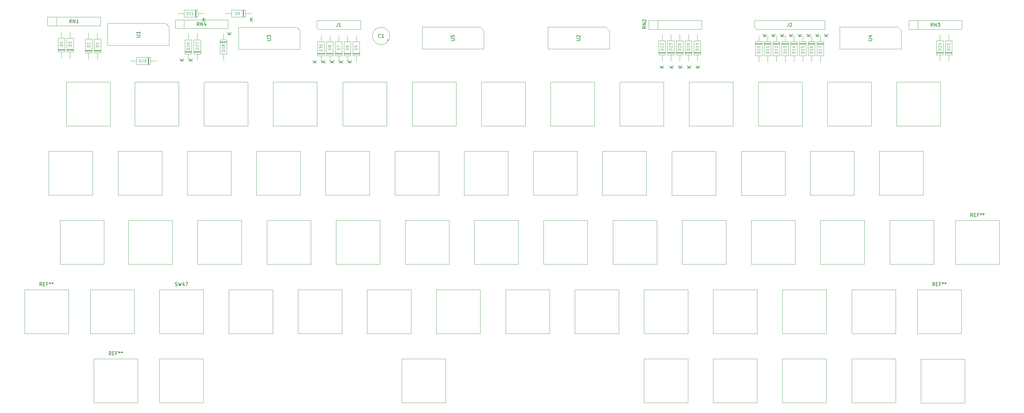
<source format=gbr>
G04 #@! TF.GenerationSoftware,KiCad,Pcbnew,(6.0.10)*
G04 #@! TF.CreationDate,2023-02-27T08:54:06+01:00*
G04 #@! TF.ProjectId,CherryZXKeyboard,43686572-7279-45a5-984b-6579626f6172,rev?*
G04 #@! TF.SameCoordinates,Original*
G04 #@! TF.FileFunction,AssemblyDrawing,Top*
%FSLAX46Y46*%
G04 Gerber Fmt 4.6, Leading zero omitted, Abs format (unit mm)*
G04 Created by KiCad (PCBNEW (6.0.10)) date 2023-02-27 08:54:06*
%MOMM*%
%LPD*%
G01*
G04 APERTURE LIST*
%ADD10C,0.150000*%
%ADD11C,0.120000*%
%ADD12C,0.100000*%
G04 APERTURE END LIST*
D10*
X59812666Y-151792380D02*
X59479333Y-151316190D01*
X59241238Y-151792380D02*
X59241238Y-150792380D01*
X59622190Y-150792380D01*
X59717428Y-150840000D01*
X59765047Y-150887619D01*
X59812666Y-150982857D01*
X59812666Y-151125714D01*
X59765047Y-151220952D01*
X59717428Y-151268571D01*
X59622190Y-151316190D01*
X59241238Y-151316190D01*
X60241238Y-151268571D02*
X60574571Y-151268571D01*
X60717428Y-151792380D02*
X60241238Y-151792380D01*
X60241238Y-150792380D01*
X60717428Y-150792380D01*
X61479333Y-151268571D02*
X61146000Y-151268571D01*
X61146000Y-151792380D02*
X61146000Y-150792380D01*
X61622190Y-150792380D01*
X62146000Y-150792380D02*
X62146000Y-151030476D01*
X61907904Y-150935238D02*
X62146000Y-151030476D01*
X62384095Y-150935238D01*
X62003142Y-151220952D02*
X62146000Y-151030476D01*
X62288857Y-151220952D01*
X62907904Y-150792380D02*
X62907904Y-151030476D01*
X62669809Y-150935238D02*
X62907904Y-151030476D01*
X63146000Y-150935238D01*
X62765047Y-151220952D02*
X62907904Y-151030476D01*
X63050761Y-151220952D01*
X79812666Y-171792380D02*
X79479333Y-171316190D01*
X79241238Y-171792380D02*
X79241238Y-170792380D01*
X79622190Y-170792380D01*
X79717428Y-170840000D01*
X79765047Y-170887619D01*
X79812666Y-170982857D01*
X79812666Y-171125714D01*
X79765047Y-171220952D01*
X79717428Y-171268571D01*
X79622190Y-171316190D01*
X79241238Y-171316190D01*
X80241238Y-171268571D02*
X80574571Y-171268571D01*
X80717428Y-171792380D02*
X80241238Y-171792380D01*
X80241238Y-170792380D01*
X80717428Y-170792380D01*
X81479333Y-171268571D02*
X81146000Y-171268571D01*
X81146000Y-171792380D02*
X81146000Y-170792380D01*
X81622190Y-170792380D01*
X82146000Y-170792380D02*
X82146000Y-171030476D01*
X81907904Y-170935238D02*
X82146000Y-171030476D01*
X82384095Y-170935238D01*
X82003142Y-171220952D02*
X82146000Y-171030476D01*
X82288857Y-171220952D01*
X82907904Y-170792380D02*
X82907904Y-171030476D01*
X82669809Y-170935238D02*
X82907904Y-171030476D01*
X83146000Y-170935238D01*
X82765047Y-171220952D02*
X82907904Y-171030476D01*
X83050761Y-171220952D01*
X317812666Y-151792380D02*
X317479333Y-151316190D01*
X317241238Y-151792380D02*
X317241238Y-150792380D01*
X317622190Y-150792380D01*
X317717428Y-150840000D01*
X317765047Y-150887619D01*
X317812666Y-150982857D01*
X317812666Y-151125714D01*
X317765047Y-151220952D01*
X317717428Y-151268571D01*
X317622190Y-151316190D01*
X317241238Y-151316190D01*
X318241238Y-151268571D02*
X318574571Y-151268571D01*
X318717428Y-151792380D02*
X318241238Y-151792380D01*
X318241238Y-150792380D01*
X318717428Y-150792380D01*
X319479333Y-151268571D02*
X319146000Y-151268571D01*
X319146000Y-151792380D02*
X319146000Y-150792380D01*
X319622190Y-150792380D01*
X320146000Y-150792380D02*
X320146000Y-151030476D01*
X319907904Y-150935238D02*
X320146000Y-151030476D01*
X320384095Y-150935238D01*
X320003142Y-151220952D02*
X320146000Y-151030476D01*
X320288857Y-151220952D01*
X320907904Y-150792380D02*
X320907904Y-151030476D01*
X320669809Y-150935238D02*
X320907904Y-151030476D01*
X321146000Y-150935238D01*
X320765047Y-151220952D02*
X320907904Y-151030476D01*
X321050761Y-151220952D01*
X328812666Y-131792380D02*
X328479333Y-131316190D01*
X328241238Y-131792380D02*
X328241238Y-130792380D01*
X328622190Y-130792380D01*
X328717428Y-130840000D01*
X328765047Y-130887619D01*
X328812666Y-130982857D01*
X328812666Y-131125714D01*
X328765047Y-131220952D01*
X328717428Y-131268571D01*
X328622190Y-131316190D01*
X328241238Y-131316190D01*
X329241238Y-131268571D02*
X329574571Y-131268571D01*
X329717428Y-131792380D02*
X329241238Y-131792380D01*
X329241238Y-130792380D01*
X329717428Y-130792380D01*
X330479333Y-131268571D02*
X330146000Y-131268571D01*
X330146000Y-131792380D02*
X330146000Y-130792380D01*
X330622190Y-130792380D01*
X331146000Y-130792380D02*
X331146000Y-131030476D01*
X330907904Y-130935238D02*
X331146000Y-131030476D01*
X331384095Y-130935238D01*
X331003142Y-131220952D02*
X331146000Y-131030476D01*
X331288857Y-131220952D01*
X331907904Y-130792380D02*
X331907904Y-131030476D01*
X331669809Y-130935238D02*
X331907904Y-131030476D01*
X332146000Y-130935238D01*
X331765047Y-131220952D02*
X331907904Y-131030476D01*
X332050761Y-131220952D01*
X157661333Y-79905142D02*
X157613714Y-79952761D01*
X157470857Y-80000380D01*
X157375619Y-80000380D01*
X157232761Y-79952761D01*
X157137523Y-79857523D01*
X157089904Y-79762285D01*
X157042285Y-79571809D01*
X157042285Y-79428952D01*
X157089904Y-79238476D01*
X157137523Y-79143238D01*
X157232761Y-79048000D01*
X157375619Y-79000380D01*
X157470857Y-79000380D01*
X157613714Y-79048000D01*
X157661333Y-79095619D01*
X158613714Y-80000380D02*
X158042285Y-80000380D01*
X158328000Y-80000380D02*
X158328000Y-79000380D01*
X158232761Y-79143238D01*
X158137523Y-79238476D01*
X158042285Y-79286095D01*
X275504666Y-75806380D02*
X275504666Y-76520666D01*
X275457047Y-76663523D01*
X275361809Y-76758761D01*
X275218952Y-76806380D01*
X275123714Y-76806380D01*
X275933238Y-75901619D02*
X275980857Y-75854000D01*
X276076095Y-75806380D01*
X276314190Y-75806380D01*
X276409428Y-75854000D01*
X276457047Y-75901619D01*
X276504666Y-75996857D01*
X276504666Y-76092095D01*
X276457047Y-76234952D01*
X275885619Y-76806380D01*
X276504666Y-76806380D01*
X68391523Y-75790380D02*
X68058190Y-75314190D01*
X67820095Y-75790380D02*
X67820095Y-74790380D01*
X68201047Y-74790380D01*
X68296285Y-74838000D01*
X68343904Y-74885619D01*
X68391523Y-74980857D01*
X68391523Y-75123714D01*
X68343904Y-75218952D01*
X68296285Y-75266571D01*
X68201047Y-75314190D01*
X67820095Y-75314190D01*
X68820095Y-75790380D02*
X68820095Y-74790380D01*
X69391523Y-75790380D01*
X69391523Y-74790380D01*
X70391523Y-75790380D02*
X69820095Y-75790380D01*
X70105809Y-75790380D02*
X70105809Y-74790380D01*
X70010571Y-74933238D01*
X69915333Y-75028476D01*
X69820095Y-75076095D01*
X317311523Y-76806380D02*
X316978190Y-76330190D01*
X316740095Y-76806380D02*
X316740095Y-75806380D01*
X317121047Y-75806380D01*
X317216285Y-75854000D01*
X317263904Y-75901619D01*
X317311523Y-75996857D01*
X317311523Y-76139714D01*
X317263904Y-76234952D01*
X317216285Y-76282571D01*
X317121047Y-76330190D01*
X316740095Y-76330190D01*
X317740095Y-76806380D02*
X317740095Y-75806380D01*
X318311523Y-76806380D01*
X318311523Y-75806380D01*
X318692476Y-75806380D02*
X319311523Y-75806380D01*
X318978190Y-76187333D01*
X319121047Y-76187333D01*
X319216285Y-76234952D01*
X319263904Y-76282571D01*
X319311523Y-76377809D01*
X319311523Y-76615904D01*
X319263904Y-76711142D01*
X319216285Y-76758761D01*
X319121047Y-76806380D01*
X318835333Y-76806380D01*
X318740095Y-76758761D01*
X318692476Y-76711142D01*
X105245523Y-76586380D02*
X104912190Y-76110190D01*
X104674095Y-76586380D02*
X104674095Y-75586380D01*
X105055047Y-75586380D01*
X105150285Y-75634000D01*
X105197904Y-75681619D01*
X105245523Y-75776857D01*
X105245523Y-75919714D01*
X105197904Y-76014952D01*
X105150285Y-76062571D01*
X105055047Y-76110190D01*
X104674095Y-76110190D01*
X105674095Y-76586380D02*
X105674095Y-75586380D01*
X106245523Y-76586380D01*
X106245523Y-75586380D01*
X107150285Y-75919714D02*
X107150285Y-76586380D01*
X106912190Y-75538761D02*
X106674095Y-76253047D01*
X107293142Y-76253047D01*
X98336476Y-151744761D02*
X98479333Y-151792380D01*
X98717428Y-151792380D01*
X98812666Y-151744761D01*
X98860285Y-151697142D01*
X98907904Y-151601904D01*
X98907904Y-151506666D01*
X98860285Y-151411428D01*
X98812666Y-151363809D01*
X98717428Y-151316190D01*
X98526952Y-151268571D01*
X98431714Y-151220952D01*
X98384095Y-151173333D01*
X98336476Y-151078095D01*
X98336476Y-150982857D01*
X98384095Y-150887619D01*
X98431714Y-150840000D01*
X98526952Y-150792380D01*
X98765047Y-150792380D01*
X98907904Y-150840000D01*
X99241238Y-150792380D02*
X99479333Y-151792380D01*
X99669809Y-151078095D01*
X99860285Y-151792380D01*
X100098380Y-150792380D01*
X100907904Y-151125714D02*
X100907904Y-151792380D01*
X100669809Y-150744761D02*
X100431714Y-151459047D01*
X101050761Y-151459047D01*
X101336476Y-150792380D02*
X102003142Y-150792380D01*
X101574571Y-151792380D01*
X214335380Y-80910904D02*
X215144904Y-80910904D01*
X215240142Y-80863285D01*
X215287761Y-80815666D01*
X215335380Y-80720428D01*
X215335380Y-80529952D01*
X215287761Y-80434714D01*
X215240142Y-80387095D01*
X215144904Y-80339476D01*
X214335380Y-80339476D01*
X214430619Y-79910904D02*
X214383000Y-79863285D01*
X214335380Y-79768047D01*
X214335380Y-79529952D01*
X214383000Y-79434714D01*
X214430619Y-79387095D01*
X214525857Y-79339476D01*
X214621095Y-79339476D01*
X214763952Y-79387095D01*
X215335380Y-79958523D01*
X215335380Y-79339476D01*
X124922380Y-80925904D02*
X125731904Y-80925904D01*
X125827142Y-80878285D01*
X125874761Y-80830666D01*
X125922380Y-80735428D01*
X125922380Y-80544952D01*
X125874761Y-80449714D01*
X125827142Y-80402095D01*
X125731904Y-80354476D01*
X124922380Y-80354476D01*
X124922380Y-79973523D02*
X124922380Y-79354476D01*
X125303333Y-79687809D01*
X125303333Y-79544952D01*
X125350952Y-79449714D01*
X125398571Y-79402095D01*
X125493809Y-79354476D01*
X125731904Y-79354476D01*
X125827142Y-79402095D01*
X125874761Y-79449714D01*
X125922380Y-79544952D01*
X125922380Y-79830666D01*
X125874761Y-79925904D01*
X125827142Y-79973523D01*
X298663380Y-80910904D02*
X299472904Y-80910904D01*
X299568142Y-80863285D01*
X299615761Y-80815666D01*
X299663380Y-80720428D01*
X299663380Y-80529952D01*
X299615761Y-80434714D01*
X299568142Y-80387095D01*
X299472904Y-80339476D01*
X298663380Y-80339476D01*
X298996714Y-79434714D02*
X299663380Y-79434714D01*
X298615761Y-79672809D02*
X299330047Y-79910904D01*
X299330047Y-79291857D01*
X178013380Y-80910904D02*
X178822904Y-80910904D01*
X178918142Y-80863285D01*
X178965761Y-80815666D01*
X179013380Y-80720428D01*
X179013380Y-80529952D01*
X178965761Y-80434714D01*
X178918142Y-80387095D01*
X178822904Y-80339476D01*
X178013380Y-80339476D01*
X178013380Y-79387095D02*
X178013380Y-79863285D01*
X178489571Y-79910904D01*
X178441952Y-79863285D01*
X178394333Y-79768047D01*
X178394333Y-79529952D01*
X178441952Y-79434714D01*
X178489571Y-79387095D01*
X178584809Y-79339476D01*
X178822904Y-79339476D01*
X178918142Y-79387095D01*
X178965761Y-79434714D01*
X179013380Y-79529952D01*
X179013380Y-79768047D01*
X178965761Y-79863285D01*
X178918142Y-79910904D01*
X145202666Y-75806380D02*
X145202666Y-76520666D01*
X145155047Y-76663523D01*
X145059809Y-76758761D01*
X144916952Y-76806380D01*
X144821714Y-76806380D01*
X146202666Y-76806380D02*
X145631238Y-76806380D01*
X145916952Y-76806380D02*
X145916952Y-75806380D01*
X145821714Y-75949238D01*
X145726476Y-76044476D01*
X145631238Y-76092095D01*
X234380380Y-76790476D02*
X233904190Y-77123809D01*
X234380380Y-77361904D02*
X233380380Y-77361904D01*
X233380380Y-76980952D01*
X233428000Y-76885714D01*
X233475619Y-76838095D01*
X233570857Y-76790476D01*
X233713714Y-76790476D01*
X233808952Y-76838095D01*
X233856571Y-76885714D01*
X233904190Y-76980952D01*
X233904190Y-77361904D01*
X234380380Y-76361904D02*
X233380380Y-76361904D01*
X234380380Y-75790476D01*
X233380380Y-75790476D01*
X233475619Y-75361904D02*
X233428000Y-75314285D01*
X233380380Y-75219047D01*
X233380380Y-74980952D01*
X233428000Y-74885714D01*
X233475619Y-74838095D01*
X233570857Y-74790476D01*
X233666095Y-74790476D01*
X233808952Y-74838095D01*
X234380380Y-75409523D01*
X234380380Y-74790476D01*
X87143380Y-79880904D02*
X87952904Y-79880904D01*
X88048142Y-79833285D01*
X88095761Y-79785666D01*
X88143380Y-79690428D01*
X88143380Y-79499952D01*
X88095761Y-79404714D01*
X88048142Y-79357095D01*
X87952904Y-79309476D01*
X87143380Y-79309476D01*
X88143380Y-78309476D02*
X88143380Y-78880904D01*
X88143380Y-78595190D02*
X87143380Y-78595190D01*
X87286238Y-78690428D01*
X87381476Y-78785666D01*
X87429095Y-78880904D01*
D11*
X76201904Y-82706476D02*
X75401904Y-82706476D01*
X75401904Y-82516000D01*
X75440000Y-82401714D01*
X75516190Y-82325523D01*
X75592380Y-82287428D01*
X75744761Y-82249333D01*
X75859047Y-82249333D01*
X76011428Y-82287428D01*
X76087619Y-82325523D01*
X76163809Y-82401714D01*
X76201904Y-82516000D01*
X76201904Y-82706476D01*
X76201904Y-81487428D02*
X76201904Y-81944571D01*
X76201904Y-81716000D02*
X75401904Y-81716000D01*
X75516190Y-81792190D01*
X75592380Y-81868380D01*
X75630476Y-81944571D01*
X269849904Y-84483428D02*
X269049904Y-84483428D01*
X269049904Y-84292952D01*
X269088000Y-84178666D01*
X269164190Y-84102476D01*
X269240380Y-84064380D01*
X269392761Y-84026285D01*
X269507047Y-84026285D01*
X269659428Y-84064380D01*
X269735619Y-84102476D01*
X269811809Y-84178666D01*
X269849904Y-84292952D01*
X269849904Y-84483428D01*
X269849904Y-83264380D02*
X269849904Y-83721523D01*
X269849904Y-83492952D02*
X269049904Y-83492952D01*
X269164190Y-83569142D01*
X269240380Y-83645333D01*
X269278476Y-83721523D01*
X269849904Y-82502476D02*
X269849904Y-82959619D01*
X269849904Y-82731047D02*
X269049904Y-82731047D01*
X269164190Y-82807238D01*
X269240380Y-82883428D01*
X269278476Y-82959619D01*
D10*
X271740380Y-79663904D02*
X270740380Y-79663904D01*
X271740380Y-79092476D02*
X271168952Y-79521047D01*
X270740380Y-79092476D02*
X271311809Y-79663904D01*
D11*
X73661904Y-82706476D02*
X72861904Y-82706476D01*
X72861904Y-82516000D01*
X72900000Y-82401714D01*
X72976190Y-82325523D01*
X73052380Y-82287428D01*
X73204761Y-82249333D01*
X73319047Y-82249333D01*
X73471428Y-82287428D01*
X73547619Y-82325523D01*
X73623809Y-82401714D01*
X73661904Y-82516000D01*
X73661904Y-82706476D01*
X72938095Y-81944571D02*
X72900000Y-81906476D01*
X72861904Y-81830285D01*
X72861904Y-81639809D01*
X72900000Y-81563619D01*
X72938095Y-81525523D01*
X73014285Y-81487428D01*
X73090476Y-81487428D01*
X73204761Y-81525523D01*
X73661904Y-81982666D01*
X73661904Y-81487428D01*
D10*
X269200380Y-79663904D02*
X268200380Y-79663904D01*
X269200380Y-79092476D02*
X268628952Y-79521047D01*
X268200380Y-79092476D02*
X268771809Y-79663904D01*
D11*
X267309904Y-84483428D02*
X266509904Y-84483428D01*
X266509904Y-84292952D01*
X266548000Y-84178666D01*
X266624190Y-84102476D01*
X266700380Y-84064380D01*
X266852761Y-84026285D01*
X266967047Y-84026285D01*
X267119428Y-84064380D01*
X267195619Y-84102476D01*
X267271809Y-84178666D01*
X267309904Y-84292952D01*
X267309904Y-84483428D01*
X267309904Y-83264380D02*
X267309904Y-83721523D01*
X267309904Y-83492952D02*
X266509904Y-83492952D01*
X266624190Y-83569142D01*
X266700380Y-83645333D01*
X266738476Y-83721523D01*
X266509904Y-82769142D02*
X266509904Y-82692952D01*
X266548000Y-82616761D01*
X266586095Y-82578666D01*
X266662285Y-82540571D01*
X266814666Y-82502476D01*
X267005142Y-82502476D01*
X267157523Y-82540571D01*
X267233714Y-82578666D01*
X267271809Y-82616761D01*
X267309904Y-82692952D01*
X267309904Y-82769142D01*
X267271809Y-82845333D01*
X267233714Y-82883428D01*
X267157523Y-82921523D01*
X267005142Y-82959619D01*
X266814666Y-82959619D01*
X266662285Y-82921523D01*
X266586095Y-82883428D01*
X266548000Y-82845333D01*
X266509904Y-82769142D01*
X112623904Y-83975428D02*
X111823904Y-83975428D01*
X111823904Y-83784952D01*
X111862000Y-83670666D01*
X111938190Y-83594476D01*
X112014380Y-83556380D01*
X112166761Y-83518285D01*
X112281047Y-83518285D01*
X112433428Y-83556380D01*
X112509619Y-83594476D01*
X112585809Y-83670666D01*
X112623904Y-83784952D01*
X112623904Y-83975428D01*
X112623904Y-82756380D02*
X112623904Y-83213523D01*
X112623904Y-82984952D02*
X111823904Y-82984952D01*
X111938190Y-83061142D01*
X112014380Y-83137333D01*
X112052476Y-83213523D01*
X112166761Y-82299238D02*
X112128666Y-82375428D01*
X112090571Y-82413523D01*
X112014380Y-82451619D01*
X111976285Y-82451619D01*
X111900095Y-82413523D01*
X111862000Y-82375428D01*
X111823904Y-82299238D01*
X111823904Y-82146857D01*
X111862000Y-82070666D01*
X111900095Y-82032571D01*
X111976285Y-81994476D01*
X112014380Y-81994476D01*
X112090571Y-82032571D01*
X112128666Y-82070666D01*
X112166761Y-82146857D01*
X112166761Y-82299238D01*
X112204857Y-82375428D01*
X112242952Y-82413523D01*
X112319142Y-82451619D01*
X112471523Y-82451619D01*
X112547714Y-82413523D01*
X112585809Y-82375428D01*
X112623904Y-82299238D01*
X112623904Y-82146857D01*
X112585809Y-82070666D01*
X112547714Y-82032571D01*
X112471523Y-81994476D01*
X112319142Y-81994476D01*
X112242952Y-82032571D01*
X112204857Y-82070666D01*
X112166761Y-82146857D01*
D10*
X114514380Y-79155904D02*
X113514380Y-79155904D01*
X114514380Y-78584476D02*
X113942952Y-79013047D01*
X113514380Y-78584476D02*
X114085809Y-79155904D01*
D11*
X87876571Y-87129904D02*
X87876571Y-86329904D01*
X88067047Y-86329904D01*
X88181333Y-86368000D01*
X88257523Y-86444190D01*
X88295619Y-86520380D01*
X88333714Y-86672761D01*
X88333714Y-86787047D01*
X88295619Y-86939428D01*
X88257523Y-87015619D01*
X88181333Y-87091809D01*
X88067047Y-87129904D01*
X87876571Y-87129904D01*
X88638476Y-86406095D02*
X88676571Y-86368000D01*
X88752761Y-86329904D01*
X88943238Y-86329904D01*
X89019428Y-86368000D01*
X89057523Y-86406095D01*
X89095619Y-86482285D01*
X89095619Y-86558476D01*
X89057523Y-86672761D01*
X88600380Y-87129904D01*
X89095619Y-87129904D01*
X89476571Y-87129904D02*
X89628952Y-87129904D01*
X89705142Y-87091809D01*
X89743238Y-87053714D01*
X89819428Y-86939428D01*
X89857523Y-86787047D01*
X89857523Y-86482285D01*
X89819428Y-86406095D01*
X89781333Y-86368000D01*
X89705142Y-86329904D01*
X89552761Y-86329904D01*
X89476571Y-86368000D01*
X89438476Y-86406095D01*
X89400380Y-86482285D01*
X89400380Y-86672761D01*
X89438476Y-86748952D01*
X89476571Y-86787047D01*
X89552761Y-86825142D01*
X89705142Y-86825142D01*
X89781333Y-86787047D01*
X89819428Y-86748952D01*
X89857523Y-86672761D01*
X102463904Y-83375428D02*
X101663904Y-83375428D01*
X101663904Y-83184952D01*
X101702000Y-83070666D01*
X101778190Y-82994476D01*
X101854380Y-82956380D01*
X102006761Y-82918285D01*
X102121047Y-82918285D01*
X102273428Y-82956380D01*
X102349619Y-82994476D01*
X102425809Y-83070666D01*
X102463904Y-83184952D01*
X102463904Y-83375428D01*
X101740095Y-82613523D02*
X101702000Y-82575428D01*
X101663904Y-82499238D01*
X101663904Y-82308761D01*
X101702000Y-82232571D01*
X101740095Y-82194476D01*
X101816285Y-82156380D01*
X101892476Y-82156380D01*
X102006761Y-82194476D01*
X102463904Y-82651619D01*
X102463904Y-82156380D01*
X101663904Y-81470666D02*
X101663904Y-81623047D01*
X101702000Y-81699238D01*
X101740095Y-81737333D01*
X101854380Y-81813523D01*
X102006761Y-81851619D01*
X102311523Y-81851619D01*
X102387714Y-81813523D01*
X102425809Y-81775428D01*
X102463904Y-81699238D01*
X102463904Y-81546857D01*
X102425809Y-81470666D01*
X102387714Y-81432571D01*
X102311523Y-81394476D01*
X102121047Y-81394476D01*
X102044857Y-81432571D01*
X102006761Y-81470666D01*
X101968666Y-81546857D01*
X101968666Y-81699238D01*
X102006761Y-81775428D01*
X102044857Y-81813523D01*
X102121047Y-81851619D01*
D10*
X100754380Y-86775904D02*
X99754380Y-86775904D01*
X100754380Y-86204476D02*
X100182952Y-86633047D01*
X99754380Y-86204476D02*
X100325809Y-86775904D01*
D11*
X280009904Y-84483428D02*
X279209904Y-84483428D01*
X279209904Y-84292952D01*
X279248000Y-84178666D01*
X279324190Y-84102476D01*
X279400380Y-84064380D01*
X279552761Y-84026285D01*
X279667047Y-84026285D01*
X279819428Y-84064380D01*
X279895619Y-84102476D01*
X279971809Y-84178666D01*
X280009904Y-84292952D01*
X280009904Y-84483428D01*
X280009904Y-83264380D02*
X280009904Y-83721523D01*
X280009904Y-83492952D02*
X279209904Y-83492952D01*
X279324190Y-83569142D01*
X279400380Y-83645333D01*
X279438476Y-83721523D01*
X279209904Y-82540571D02*
X279209904Y-82921523D01*
X279590857Y-82959619D01*
X279552761Y-82921523D01*
X279514666Y-82845333D01*
X279514666Y-82654857D01*
X279552761Y-82578666D01*
X279590857Y-82540571D01*
X279667047Y-82502476D01*
X279857523Y-82502476D01*
X279933714Y-82540571D01*
X279971809Y-82578666D01*
X280009904Y-82654857D01*
X280009904Y-82845333D01*
X279971809Y-82921523D01*
X279933714Y-82959619D01*
D10*
X281900380Y-79663904D02*
X280900380Y-79663904D01*
X281900380Y-79092476D02*
X281328952Y-79521047D01*
X280900380Y-79092476D02*
X281471809Y-79663904D01*
X279360380Y-79663904D02*
X278360380Y-79663904D01*
X279360380Y-79092476D02*
X278788952Y-79521047D01*
X278360380Y-79092476D02*
X278931809Y-79663904D01*
D11*
X277469904Y-84483428D02*
X276669904Y-84483428D01*
X276669904Y-84292952D01*
X276708000Y-84178666D01*
X276784190Y-84102476D01*
X276860380Y-84064380D01*
X277012761Y-84026285D01*
X277127047Y-84026285D01*
X277279428Y-84064380D01*
X277355619Y-84102476D01*
X277431809Y-84178666D01*
X277469904Y-84292952D01*
X277469904Y-84483428D01*
X277469904Y-83264380D02*
X277469904Y-83721523D01*
X277469904Y-83492952D02*
X276669904Y-83492952D01*
X276784190Y-83569142D01*
X276860380Y-83645333D01*
X276898476Y-83721523D01*
X276936571Y-82578666D02*
X277469904Y-82578666D01*
X276631809Y-82769142D02*
X277203238Y-82959619D01*
X277203238Y-82464380D01*
X140817904Y-83883428D02*
X140017904Y-83883428D01*
X140017904Y-83692952D01*
X140056000Y-83578666D01*
X140132190Y-83502476D01*
X140208380Y-83464380D01*
X140360761Y-83426285D01*
X140475047Y-83426285D01*
X140627428Y-83464380D01*
X140703619Y-83502476D01*
X140779809Y-83578666D01*
X140817904Y-83692952D01*
X140817904Y-83883428D01*
X140017904Y-83159619D02*
X140017904Y-82664380D01*
X140322666Y-82931047D01*
X140322666Y-82816761D01*
X140360761Y-82740571D01*
X140398857Y-82702476D01*
X140475047Y-82664380D01*
X140665523Y-82664380D01*
X140741714Y-82702476D01*
X140779809Y-82740571D01*
X140817904Y-82816761D01*
X140817904Y-83045333D01*
X140779809Y-83121523D01*
X140741714Y-83159619D01*
X140017904Y-82169142D02*
X140017904Y-82092952D01*
X140056000Y-82016761D01*
X140094095Y-81978666D01*
X140170285Y-81940571D01*
X140322666Y-81902476D01*
X140513142Y-81902476D01*
X140665523Y-81940571D01*
X140741714Y-81978666D01*
X140779809Y-82016761D01*
X140817904Y-82092952D01*
X140817904Y-82169142D01*
X140779809Y-82245333D01*
X140741714Y-82283428D01*
X140665523Y-82321523D01*
X140513142Y-82359619D01*
X140322666Y-82359619D01*
X140170285Y-82321523D01*
X140094095Y-82283428D01*
X140056000Y-82245333D01*
X140017904Y-82169142D01*
D10*
X139108380Y-87283904D02*
X138108380Y-87283904D01*
X139108380Y-86712476D02*
X138536952Y-87141047D01*
X138108380Y-86712476D02*
X138679809Y-87283904D01*
D11*
X65787904Y-82452476D02*
X64987904Y-82452476D01*
X64987904Y-82262000D01*
X65026000Y-82147714D01*
X65102190Y-82071523D01*
X65178380Y-82033428D01*
X65330761Y-81995333D01*
X65445047Y-81995333D01*
X65597428Y-82033428D01*
X65673619Y-82071523D01*
X65749809Y-82147714D01*
X65787904Y-82262000D01*
X65787904Y-82452476D01*
X65254571Y-81309619D02*
X65787904Y-81309619D01*
X64949809Y-81500095D02*
X65521238Y-81690571D01*
X65521238Y-81195333D01*
X322173904Y-83629428D02*
X321373904Y-83629428D01*
X321373904Y-83438952D01*
X321412000Y-83324666D01*
X321488190Y-83248476D01*
X321564380Y-83210380D01*
X321716761Y-83172285D01*
X321831047Y-83172285D01*
X321983428Y-83210380D01*
X322059619Y-83248476D01*
X322135809Y-83324666D01*
X322173904Y-83438952D01*
X322173904Y-83629428D01*
X321450095Y-82867523D02*
X321412000Y-82829428D01*
X321373904Y-82753238D01*
X321373904Y-82562761D01*
X321412000Y-82486571D01*
X321450095Y-82448476D01*
X321526285Y-82410380D01*
X321602476Y-82410380D01*
X321716761Y-82448476D01*
X322173904Y-82905619D01*
X322173904Y-82410380D01*
X321373904Y-81686571D02*
X321373904Y-82067523D01*
X321754857Y-82105619D01*
X321716761Y-82067523D01*
X321678666Y-81991333D01*
X321678666Y-81800857D01*
X321716761Y-81724666D01*
X321754857Y-81686571D01*
X321831047Y-81648476D01*
X322021523Y-81648476D01*
X322097714Y-81686571D01*
X322135809Y-81724666D01*
X322173904Y-81800857D01*
X322173904Y-81991333D01*
X322135809Y-82067523D01*
X322097714Y-82105619D01*
X115689523Y-73413904D02*
X115689523Y-72613904D01*
X115880000Y-72613904D01*
X115994285Y-72652000D01*
X116070476Y-72728190D01*
X116108571Y-72804380D01*
X116146666Y-72956761D01*
X116146666Y-73071047D01*
X116108571Y-73223428D01*
X116070476Y-73299619D01*
X115994285Y-73375809D01*
X115880000Y-73413904D01*
X115689523Y-73413904D01*
X116527619Y-73413904D02*
X116680000Y-73413904D01*
X116756190Y-73375809D01*
X116794285Y-73337714D01*
X116870476Y-73223428D01*
X116908571Y-73071047D01*
X116908571Y-72766285D01*
X116870476Y-72690095D01*
X116832380Y-72652000D01*
X116756190Y-72613904D01*
X116603809Y-72613904D01*
X116527619Y-72652000D01*
X116489523Y-72690095D01*
X116451428Y-72766285D01*
X116451428Y-72956761D01*
X116489523Y-73032952D01*
X116527619Y-73071047D01*
X116603809Y-73109142D01*
X116756190Y-73109142D01*
X116832380Y-73071047D01*
X116870476Y-73032952D01*
X116908571Y-72956761D01*
D10*
X120128095Y-75304380D02*
X120128095Y-74304380D01*
X120699523Y-75304380D02*
X120270952Y-74732952D01*
X120699523Y-74304380D02*
X120128095Y-74875809D01*
X247334380Y-88807904D02*
X246334380Y-88807904D01*
X247334380Y-88236476D02*
X246762952Y-88665047D01*
X246334380Y-88236476D02*
X246905809Y-88807904D01*
D11*
X246989904Y-83629428D02*
X246189904Y-83629428D01*
X246189904Y-83438952D01*
X246228000Y-83324666D01*
X246304190Y-83248476D01*
X246380380Y-83210380D01*
X246532761Y-83172285D01*
X246647047Y-83172285D01*
X246799428Y-83210380D01*
X246875619Y-83248476D01*
X246951809Y-83324666D01*
X246989904Y-83438952D01*
X246989904Y-83629428D01*
X246266095Y-82867523D02*
X246228000Y-82829428D01*
X246189904Y-82753238D01*
X246189904Y-82562761D01*
X246228000Y-82486571D01*
X246266095Y-82448476D01*
X246342285Y-82410380D01*
X246418476Y-82410380D01*
X246532761Y-82448476D01*
X246989904Y-82905619D01*
X246989904Y-82410380D01*
X246532761Y-81953238D02*
X246494666Y-82029428D01*
X246456571Y-82067523D01*
X246380380Y-82105619D01*
X246342285Y-82105619D01*
X246266095Y-82067523D01*
X246228000Y-82029428D01*
X246189904Y-81953238D01*
X246189904Y-81800857D01*
X246228000Y-81724666D01*
X246266095Y-81686571D01*
X246342285Y-81648476D01*
X246380380Y-81648476D01*
X246456571Y-81686571D01*
X246494666Y-81724666D01*
X246532761Y-81800857D01*
X246532761Y-81953238D01*
X246570857Y-82029428D01*
X246608952Y-82067523D01*
X246685142Y-82105619D01*
X246837523Y-82105619D01*
X246913714Y-82067523D01*
X246951809Y-82029428D01*
X246989904Y-81953238D01*
X246989904Y-81800857D01*
X246951809Y-81724666D01*
X246913714Y-81686571D01*
X246837523Y-81648476D01*
X246685142Y-81648476D01*
X246608952Y-81686571D01*
X246570857Y-81724666D01*
X246532761Y-81800857D01*
D10*
X274280380Y-79663904D02*
X273280380Y-79663904D01*
X274280380Y-79092476D02*
X273708952Y-79521047D01*
X273280380Y-79092476D02*
X273851809Y-79663904D01*
D11*
X272389904Y-84483428D02*
X271589904Y-84483428D01*
X271589904Y-84292952D01*
X271628000Y-84178666D01*
X271704190Y-84102476D01*
X271780380Y-84064380D01*
X271932761Y-84026285D01*
X272047047Y-84026285D01*
X272199428Y-84064380D01*
X272275619Y-84102476D01*
X272351809Y-84178666D01*
X272389904Y-84292952D01*
X272389904Y-84483428D01*
X272389904Y-83264380D02*
X272389904Y-83721523D01*
X272389904Y-83492952D02*
X271589904Y-83492952D01*
X271704190Y-83569142D01*
X271780380Y-83645333D01*
X271818476Y-83721523D01*
X271666095Y-82959619D02*
X271628000Y-82921523D01*
X271589904Y-82845333D01*
X271589904Y-82654857D01*
X271628000Y-82578666D01*
X271666095Y-82540571D01*
X271742285Y-82502476D01*
X271818476Y-82502476D01*
X271932761Y-82540571D01*
X272389904Y-82997714D01*
X272389904Y-82502476D01*
X274929904Y-84483428D02*
X274129904Y-84483428D01*
X274129904Y-84292952D01*
X274168000Y-84178666D01*
X274244190Y-84102476D01*
X274320380Y-84064380D01*
X274472761Y-84026285D01*
X274587047Y-84026285D01*
X274739428Y-84064380D01*
X274815619Y-84102476D01*
X274891809Y-84178666D01*
X274929904Y-84292952D01*
X274929904Y-84483428D01*
X274929904Y-83264380D02*
X274929904Y-83721523D01*
X274929904Y-83492952D02*
X274129904Y-83492952D01*
X274244190Y-83569142D01*
X274320380Y-83645333D01*
X274358476Y-83721523D01*
X274129904Y-82997714D02*
X274129904Y-82502476D01*
X274434666Y-82769142D01*
X274434666Y-82654857D01*
X274472761Y-82578666D01*
X274510857Y-82540571D01*
X274587047Y-82502476D01*
X274777523Y-82502476D01*
X274853714Y-82540571D01*
X274891809Y-82578666D01*
X274929904Y-82654857D01*
X274929904Y-82883428D01*
X274891809Y-82959619D01*
X274853714Y-82997714D01*
D10*
X276820380Y-79663904D02*
X275820380Y-79663904D01*
X276820380Y-79092476D02*
X276248952Y-79521047D01*
X275820380Y-79092476D02*
X276391809Y-79663904D01*
X106412095Y-75304380D02*
X106412095Y-74304380D01*
X106983523Y-75304380D02*
X106554952Y-74732952D01*
X106983523Y-74304380D02*
X106412095Y-74875809D01*
D11*
X101592571Y-73413904D02*
X101592571Y-72613904D01*
X101783047Y-72613904D01*
X101897333Y-72652000D01*
X101973523Y-72728190D01*
X102011619Y-72804380D01*
X102049714Y-72956761D01*
X102049714Y-73071047D01*
X102011619Y-73223428D01*
X101973523Y-73299619D01*
X101897333Y-73375809D01*
X101783047Y-73413904D01*
X101592571Y-73413904D01*
X102354476Y-72690095D02*
X102392571Y-72652000D01*
X102468761Y-72613904D01*
X102659238Y-72613904D01*
X102735428Y-72652000D01*
X102773523Y-72690095D01*
X102811619Y-72766285D01*
X102811619Y-72842476D01*
X102773523Y-72956761D01*
X102316380Y-73413904D01*
X102811619Y-73413904D01*
X103573523Y-73413904D02*
X103116380Y-73413904D01*
X103344952Y-73413904D02*
X103344952Y-72613904D01*
X103268761Y-72728190D01*
X103192571Y-72804380D01*
X103116380Y-72842476D01*
X68327904Y-82452476D02*
X67527904Y-82452476D01*
X67527904Y-82262000D01*
X67566000Y-82147714D01*
X67642190Y-82071523D01*
X67718380Y-82033428D01*
X67870761Y-81995333D01*
X67985047Y-81995333D01*
X68137428Y-82033428D01*
X68213619Y-82071523D01*
X68289809Y-82147714D01*
X68327904Y-82262000D01*
X68327904Y-82452476D01*
X67527904Y-81728666D02*
X67527904Y-81233428D01*
X67832666Y-81500095D01*
X67832666Y-81385809D01*
X67870761Y-81309619D01*
X67908857Y-81271523D01*
X67985047Y-81233428D01*
X68175523Y-81233428D01*
X68251714Y-81271523D01*
X68289809Y-81309619D01*
X68327904Y-81385809D01*
X68327904Y-81614380D01*
X68289809Y-81690571D01*
X68251714Y-81728666D01*
X319633904Y-83629428D02*
X318833904Y-83629428D01*
X318833904Y-83438952D01*
X318872000Y-83324666D01*
X318948190Y-83248476D01*
X319024380Y-83210380D01*
X319176761Y-83172285D01*
X319291047Y-83172285D01*
X319443428Y-83210380D01*
X319519619Y-83248476D01*
X319595809Y-83324666D01*
X319633904Y-83438952D01*
X319633904Y-83629428D01*
X318910095Y-82867523D02*
X318872000Y-82829428D01*
X318833904Y-82753238D01*
X318833904Y-82562761D01*
X318872000Y-82486571D01*
X318910095Y-82448476D01*
X318986285Y-82410380D01*
X319062476Y-82410380D01*
X319176761Y-82448476D01*
X319633904Y-82905619D01*
X319633904Y-82410380D01*
X319100571Y-81724666D02*
X319633904Y-81724666D01*
X318795809Y-81915142D02*
X319367238Y-82105619D01*
X319367238Y-81610380D01*
X244449904Y-83629428D02*
X243649904Y-83629428D01*
X243649904Y-83438952D01*
X243688000Y-83324666D01*
X243764190Y-83248476D01*
X243840380Y-83210380D01*
X243992761Y-83172285D01*
X244107047Y-83172285D01*
X244259428Y-83210380D01*
X244335619Y-83248476D01*
X244411809Y-83324666D01*
X244449904Y-83438952D01*
X244449904Y-83629428D01*
X243726095Y-82867523D02*
X243688000Y-82829428D01*
X243649904Y-82753238D01*
X243649904Y-82562761D01*
X243688000Y-82486571D01*
X243726095Y-82448476D01*
X243802285Y-82410380D01*
X243878476Y-82410380D01*
X243992761Y-82448476D01*
X244449904Y-82905619D01*
X244449904Y-82410380D01*
X243649904Y-81915142D02*
X243649904Y-81838952D01*
X243688000Y-81762761D01*
X243726095Y-81724666D01*
X243802285Y-81686571D01*
X243954666Y-81648476D01*
X244145142Y-81648476D01*
X244297523Y-81686571D01*
X244373714Y-81724666D01*
X244411809Y-81762761D01*
X244449904Y-81838952D01*
X244449904Y-81915142D01*
X244411809Y-81991333D01*
X244373714Y-82029428D01*
X244297523Y-82067523D01*
X244145142Y-82105619D01*
X243954666Y-82105619D01*
X243802285Y-82067523D01*
X243726095Y-82029428D01*
X243688000Y-81991333D01*
X243649904Y-81915142D01*
D10*
X244794380Y-88807904D02*
X243794380Y-88807904D01*
X244794380Y-88236476D02*
X244222952Y-88665047D01*
X243794380Y-88236476D02*
X244365809Y-88807904D01*
D11*
X105047904Y-83375428D02*
X104247904Y-83375428D01*
X104247904Y-83184952D01*
X104286000Y-83070666D01*
X104362190Y-82994476D01*
X104438380Y-82956380D01*
X104590761Y-82918285D01*
X104705047Y-82918285D01*
X104857428Y-82956380D01*
X104933619Y-82994476D01*
X105009809Y-83070666D01*
X105047904Y-83184952D01*
X105047904Y-83375428D01*
X104324095Y-82613523D02*
X104286000Y-82575428D01*
X104247904Y-82499238D01*
X104247904Y-82308761D01*
X104286000Y-82232571D01*
X104324095Y-82194476D01*
X104400285Y-82156380D01*
X104476476Y-82156380D01*
X104590761Y-82194476D01*
X105047904Y-82651619D01*
X105047904Y-82156380D01*
X104247904Y-81889714D02*
X104247904Y-81356380D01*
X105047904Y-81699238D01*
D10*
X103338380Y-86775904D02*
X102338380Y-86775904D01*
X103338380Y-86204476D02*
X102766952Y-86633047D01*
X102338380Y-86204476D02*
X102909809Y-86775904D01*
X146728380Y-87283904D02*
X145728380Y-87283904D01*
X146728380Y-86712476D02*
X146156952Y-87141047D01*
X145728380Y-86712476D02*
X146299809Y-87283904D01*
D11*
X148437904Y-83502476D02*
X147637904Y-83502476D01*
X147637904Y-83312000D01*
X147676000Y-83197714D01*
X147752190Y-83121523D01*
X147828380Y-83083428D01*
X147980761Y-83045333D01*
X148095047Y-83045333D01*
X148247428Y-83083428D01*
X148323619Y-83121523D01*
X148399809Y-83197714D01*
X148437904Y-83312000D01*
X148437904Y-83502476D01*
X147637904Y-82359619D02*
X147637904Y-82512000D01*
X147676000Y-82588190D01*
X147714095Y-82626285D01*
X147828380Y-82702476D01*
X147980761Y-82740571D01*
X148285523Y-82740571D01*
X148361714Y-82702476D01*
X148399809Y-82664380D01*
X148437904Y-82588190D01*
X148437904Y-82435809D01*
X148399809Y-82359619D01*
X148361714Y-82321523D01*
X148285523Y-82283428D01*
X148095047Y-82283428D01*
X148018857Y-82321523D01*
X147980761Y-82359619D01*
X147942666Y-82435809D01*
X147942666Y-82588190D01*
X147980761Y-82664380D01*
X148018857Y-82702476D01*
X148095047Y-82740571D01*
D10*
X249874380Y-88807904D02*
X248874380Y-88807904D01*
X249874380Y-88236476D02*
X249302952Y-88665047D01*
X248874380Y-88236476D02*
X249445809Y-88807904D01*
D11*
X249529904Y-83629428D02*
X248729904Y-83629428D01*
X248729904Y-83438952D01*
X248768000Y-83324666D01*
X248844190Y-83248476D01*
X248920380Y-83210380D01*
X249072761Y-83172285D01*
X249187047Y-83172285D01*
X249339428Y-83210380D01*
X249415619Y-83248476D01*
X249491809Y-83324666D01*
X249529904Y-83438952D01*
X249529904Y-83629428D01*
X249529904Y-82410380D02*
X249529904Y-82867523D01*
X249529904Y-82638952D02*
X248729904Y-82638952D01*
X248844190Y-82715142D01*
X248920380Y-82791333D01*
X248958476Y-82867523D01*
X249529904Y-82029428D02*
X249529904Y-81877047D01*
X249491809Y-81800857D01*
X249453714Y-81762761D01*
X249339428Y-81686571D01*
X249187047Y-81648476D01*
X248882285Y-81648476D01*
X248806095Y-81686571D01*
X248768000Y-81724666D01*
X248729904Y-81800857D01*
X248729904Y-81953238D01*
X248768000Y-82029428D01*
X248806095Y-82067523D01*
X248882285Y-82105619D01*
X249072761Y-82105619D01*
X249148952Y-82067523D01*
X249187047Y-82029428D01*
X249225142Y-81953238D01*
X249225142Y-81800857D01*
X249187047Y-81724666D01*
X249148952Y-81686571D01*
X249072761Y-81648476D01*
D10*
X286980380Y-79663904D02*
X285980380Y-79663904D01*
X286980380Y-79092476D02*
X286408952Y-79521047D01*
X285980380Y-79092476D02*
X286551809Y-79663904D01*
D11*
X285089904Y-84483428D02*
X284289904Y-84483428D01*
X284289904Y-84292952D01*
X284328000Y-84178666D01*
X284404190Y-84102476D01*
X284480380Y-84064380D01*
X284632761Y-84026285D01*
X284747047Y-84026285D01*
X284899428Y-84064380D01*
X284975619Y-84102476D01*
X285051809Y-84178666D01*
X285089904Y-84292952D01*
X285089904Y-84483428D01*
X285089904Y-83264380D02*
X285089904Y-83721523D01*
X285089904Y-83492952D02*
X284289904Y-83492952D01*
X284404190Y-83569142D01*
X284480380Y-83645333D01*
X284518476Y-83721523D01*
X284289904Y-82997714D02*
X284289904Y-82464380D01*
X285089904Y-82807238D01*
X150977904Y-83502476D02*
X150177904Y-83502476D01*
X150177904Y-83312000D01*
X150216000Y-83197714D01*
X150292190Y-83121523D01*
X150368380Y-83083428D01*
X150520761Y-83045333D01*
X150635047Y-83045333D01*
X150787428Y-83083428D01*
X150863619Y-83121523D01*
X150939809Y-83197714D01*
X150977904Y-83312000D01*
X150977904Y-83502476D01*
X150177904Y-82321523D02*
X150177904Y-82702476D01*
X150558857Y-82740571D01*
X150520761Y-82702476D01*
X150482666Y-82626285D01*
X150482666Y-82435809D01*
X150520761Y-82359619D01*
X150558857Y-82321523D01*
X150635047Y-82283428D01*
X150825523Y-82283428D01*
X150901714Y-82321523D01*
X150939809Y-82359619D01*
X150977904Y-82435809D01*
X150977904Y-82626285D01*
X150939809Y-82702476D01*
X150901714Y-82740571D01*
D10*
X149268380Y-87283904D02*
X148268380Y-87283904D01*
X149268380Y-86712476D02*
X148696952Y-87141047D01*
X148268380Y-86712476D02*
X148839809Y-87283904D01*
X239460380Y-88807904D02*
X238460380Y-88807904D01*
X239460380Y-88236476D02*
X238888952Y-88665047D01*
X238460380Y-88236476D02*
X239031809Y-88807904D01*
D11*
X239369904Y-83629428D02*
X238569904Y-83629428D01*
X238569904Y-83438952D01*
X238608000Y-83324666D01*
X238684190Y-83248476D01*
X238760380Y-83210380D01*
X238912761Y-83172285D01*
X239027047Y-83172285D01*
X239179428Y-83210380D01*
X239255619Y-83248476D01*
X239331809Y-83324666D01*
X239369904Y-83438952D01*
X239369904Y-83629428D01*
X238646095Y-82867523D02*
X238608000Y-82829428D01*
X238569904Y-82753238D01*
X238569904Y-82562761D01*
X238608000Y-82486571D01*
X238646095Y-82448476D01*
X238722285Y-82410380D01*
X238798476Y-82410380D01*
X238912761Y-82448476D01*
X239369904Y-82905619D01*
X239369904Y-82410380D01*
X238646095Y-82105619D02*
X238608000Y-82067523D01*
X238569904Y-81991333D01*
X238569904Y-81800857D01*
X238608000Y-81724666D01*
X238646095Y-81686571D01*
X238722285Y-81648476D01*
X238798476Y-81648476D01*
X238912761Y-81686571D01*
X239369904Y-82143714D01*
X239369904Y-81648476D01*
D10*
X141648380Y-87283904D02*
X140648380Y-87283904D01*
X141648380Y-86712476D02*
X141076952Y-87141047D01*
X140648380Y-86712476D02*
X141219809Y-87283904D01*
D11*
X143357904Y-83502476D02*
X142557904Y-83502476D01*
X142557904Y-83312000D01*
X142596000Y-83197714D01*
X142672190Y-83121523D01*
X142748380Y-83083428D01*
X142900761Y-83045333D01*
X143015047Y-83045333D01*
X143167428Y-83083428D01*
X143243619Y-83121523D01*
X143319809Y-83197714D01*
X143357904Y-83312000D01*
X143357904Y-83502476D01*
X142900761Y-82588190D02*
X142862666Y-82664380D01*
X142824571Y-82702476D01*
X142748380Y-82740571D01*
X142710285Y-82740571D01*
X142634095Y-82702476D01*
X142596000Y-82664380D01*
X142557904Y-82588190D01*
X142557904Y-82435809D01*
X142596000Y-82359619D01*
X142634095Y-82321523D01*
X142710285Y-82283428D01*
X142748380Y-82283428D01*
X142824571Y-82321523D01*
X142862666Y-82359619D01*
X142900761Y-82435809D01*
X142900761Y-82588190D01*
X142938857Y-82664380D01*
X142976952Y-82702476D01*
X143053142Y-82740571D01*
X143205523Y-82740571D01*
X143281714Y-82702476D01*
X143319809Y-82664380D01*
X143357904Y-82588190D01*
X143357904Y-82435809D01*
X143319809Y-82359619D01*
X143281714Y-82321523D01*
X143205523Y-82283428D01*
X143053142Y-82283428D01*
X142976952Y-82321523D01*
X142938857Y-82359619D01*
X142900761Y-82435809D01*
X241909904Y-83629428D02*
X241109904Y-83629428D01*
X241109904Y-83438952D01*
X241148000Y-83324666D01*
X241224190Y-83248476D01*
X241300380Y-83210380D01*
X241452761Y-83172285D01*
X241567047Y-83172285D01*
X241719428Y-83210380D01*
X241795619Y-83248476D01*
X241871809Y-83324666D01*
X241909904Y-83438952D01*
X241909904Y-83629428D01*
X241186095Y-82867523D02*
X241148000Y-82829428D01*
X241109904Y-82753238D01*
X241109904Y-82562761D01*
X241148000Y-82486571D01*
X241186095Y-82448476D01*
X241262285Y-82410380D01*
X241338476Y-82410380D01*
X241452761Y-82448476D01*
X241909904Y-82905619D01*
X241909904Y-82410380D01*
X241109904Y-82143714D02*
X241109904Y-81648476D01*
X241414666Y-81915142D01*
X241414666Y-81800857D01*
X241452761Y-81724666D01*
X241490857Y-81686571D01*
X241567047Y-81648476D01*
X241757523Y-81648476D01*
X241833714Y-81686571D01*
X241871809Y-81724666D01*
X241909904Y-81800857D01*
X241909904Y-82029428D01*
X241871809Y-82105619D01*
X241833714Y-82143714D01*
D10*
X242254380Y-88807904D02*
X241254380Y-88807904D01*
X242254380Y-88236476D02*
X241682952Y-88665047D01*
X241254380Y-88236476D02*
X241825809Y-88807904D01*
X144188380Y-87283904D02*
X143188380Y-87283904D01*
X144188380Y-86712476D02*
X143616952Y-87141047D01*
X143188380Y-86712476D02*
X143759809Y-87283904D01*
D11*
X145897904Y-83502476D02*
X145097904Y-83502476D01*
X145097904Y-83312000D01*
X145136000Y-83197714D01*
X145212190Y-83121523D01*
X145288380Y-83083428D01*
X145440761Y-83045333D01*
X145555047Y-83045333D01*
X145707428Y-83083428D01*
X145783619Y-83121523D01*
X145859809Y-83197714D01*
X145897904Y-83312000D01*
X145897904Y-83502476D01*
X145097904Y-82778666D02*
X145097904Y-82245333D01*
X145897904Y-82588190D01*
D10*
X284440380Y-79663904D02*
X283440380Y-79663904D01*
X284440380Y-79092476D02*
X283868952Y-79521047D01*
X283440380Y-79092476D02*
X284011809Y-79663904D01*
D11*
X282549904Y-84483428D02*
X281749904Y-84483428D01*
X281749904Y-84292952D01*
X281788000Y-84178666D01*
X281864190Y-84102476D01*
X281940380Y-84064380D01*
X282092761Y-84026285D01*
X282207047Y-84026285D01*
X282359428Y-84064380D01*
X282435619Y-84102476D01*
X282511809Y-84178666D01*
X282549904Y-84292952D01*
X282549904Y-84483428D01*
X282549904Y-83264380D02*
X282549904Y-83721523D01*
X282549904Y-83492952D02*
X281749904Y-83492952D01*
X281864190Y-83569142D01*
X281940380Y-83645333D01*
X281978476Y-83721523D01*
X281749904Y-82578666D02*
X281749904Y-82731047D01*
X281788000Y-82807238D01*
X281826095Y-82845333D01*
X281940380Y-82921523D01*
X282092761Y-82959619D01*
X282397523Y-82959619D01*
X282473714Y-82921523D01*
X282511809Y-82883428D01*
X282549904Y-82807238D01*
X282549904Y-82654857D01*
X282511809Y-82578666D01*
X282473714Y-82540571D01*
X282397523Y-82502476D01*
X282207047Y-82502476D01*
X282130857Y-82540571D01*
X282092761Y-82578666D01*
X282054666Y-82654857D01*
X282054666Y-82807238D01*
X282092761Y-82883428D01*
X282130857Y-82921523D01*
X282207047Y-82959619D01*
D12*
X67496000Y-165564000D02*
X54796000Y-165564000D01*
X67496000Y-152864000D02*
X67496000Y-165564000D01*
X54796000Y-165564000D02*
X54796000Y-152864000D01*
X54796000Y-152864000D02*
X67496000Y-152864000D01*
X87496000Y-185564000D02*
X74796000Y-185564000D01*
X87496000Y-172864000D02*
X87496000Y-185564000D01*
X74796000Y-185564000D02*
X74796000Y-172864000D01*
X74796000Y-172864000D02*
X87496000Y-172864000D01*
X325496000Y-165564000D02*
X312796000Y-165564000D01*
X325496000Y-152864000D02*
X325496000Y-165564000D01*
X312796000Y-165564000D02*
X312796000Y-152864000D01*
X312796000Y-152864000D02*
X325496000Y-152864000D01*
X323796000Y-132864000D02*
X336496000Y-132864000D01*
X336496000Y-132864000D02*
X336496000Y-145564000D01*
X336496000Y-145564000D02*
X323796000Y-145564000D01*
X323796000Y-145564000D02*
X323796000Y-132864000D01*
X159711605Y-80885500D02*
X159711605Y-80385500D01*
X159961605Y-80635500D02*
X159461605Y-80635500D01*
X160328000Y-79548000D02*
G75*
G03*
X160328000Y-79548000I-2500000J0D01*
G01*
X285998000Y-77624000D02*
X266313000Y-77624000D01*
X265678000Y-76989000D02*
X265678000Y-75084000D01*
X285998000Y-75084000D02*
X285998000Y-77624000D01*
X266313000Y-77624000D02*
X265678000Y-76989000D01*
X265678000Y-75084000D02*
X285998000Y-75084000D01*
X64002000Y-74088000D02*
X64002000Y-76588000D01*
X76722000Y-76588000D02*
X76722000Y-74088000D01*
X61442000Y-76588000D02*
X76722000Y-76588000D01*
X61442000Y-74088000D02*
X61442000Y-76588000D01*
X76722000Y-74088000D02*
X61442000Y-74088000D01*
X310362000Y-77604000D02*
X325642000Y-77604000D01*
X325642000Y-77604000D02*
X325642000Y-75104000D01*
X312922000Y-75104000D02*
X312922000Y-77604000D01*
X325642000Y-75104000D02*
X310362000Y-75104000D01*
X310362000Y-75104000D02*
X310362000Y-77604000D01*
X113576000Y-74884000D02*
X98296000Y-74884000D01*
X100856000Y-74884000D02*
X100856000Y-77384000D01*
X98296000Y-77384000D02*
X113576000Y-77384000D01*
X98296000Y-74884000D02*
X98296000Y-77384000D01*
X113576000Y-77384000D02*
X113576000Y-74884000D01*
X106650000Y-92864000D02*
X119350000Y-92864000D01*
X119350000Y-105564000D02*
X106650000Y-105564000D01*
X106650000Y-105564000D02*
X106650000Y-92864000D01*
X119350000Y-92864000D02*
X119350000Y-105564000D01*
X101796000Y-125564000D02*
X101796000Y-112864000D01*
X114496000Y-112864000D02*
X114496000Y-125564000D01*
X114496000Y-125564000D02*
X101796000Y-125564000D01*
X101796000Y-112864000D02*
X114496000Y-112864000D01*
X86496000Y-165564000D02*
X73796000Y-165564000D01*
X73796000Y-152864000D02*
X86496000Y-152864000D01*
X73796000Y-165564000D02*
X73796000Y-152864000D01*
X86496000Y-152864000D02*
X86496000Y-165564000D01*
X139350000Y-105564000D02*
X126650000Y-105564000D01*
X126650000Y-92864000D02*
X139350000Y-92864000D01*
X126650000Y-105564000D02*
X126650000Y-92864000D01*
X139350000Y-92864000D02*
X139350000Y-105564000D01*
X124796000Y-145564000D02*
X124796000Y-132864000D01*
X124796000Y-132864000D02*
X137496000Y-132864000D01*
X137496000Y-132864000D02*
X137496000Y-145564000D01*
X137496000Y-145564000D02*
X124796000Y-145564000D01*
X113796000Y-152864000D02*
X126496000Y-152864000D01*
X126496000Y-152864000D02*
X126496000Y-165564000D01*
X126496000Y-165564000D02*
X113796000Y-165564000D01*
X113796000Y-165564000D02*
X113796000Y-152864000D01*
X146796000Y-92864000D02*
X159496000Y-92864000D01*
X159496000Y-92864000D02*
X159496000Y-105564000D01*
X146796000Y-105564000D02*
X146796000Y-92864000D01*
X159496000Y-105564000D02*
X146796000Y-105564000D01*
X157496000Y-132864000D02*
X157496000Y-145564000D01*
X157496000Y-145564000D02*
X144796000Y-145564000D01*
X144796000Y-132864000D02*
X157496000Y-132864000D01*
X144796000Y-145564000D02*
X144796000Y-132864000D01*
X133796000Y-165564000D02*
X133796000Y-152864000D01*
X146496000Y-165564000D02*
X133796000Y-165564000D01*
X146496000Y-152864000D02*
X146496000Y-165564000D01*
X133796000Y-152864000D02*
X146496000Y-152864000D01*
X179496000Y-92864000D02*
X179496000Y-105564000D01*
X166796000Y-105564000D02*
X166796000Y-92864000D01*
X179496000Y-105564000D02*
X166796000Y-105564000D01*
X166796000Y-92864000D02*
X179496000Y-92864000D01*
X161796000Y-112864000D02*
X174496000Y-112864000D01*
X174496000Y-112864000D02*
X174496000Y-125564000D01*
X161796000Y-125564000D02*
X161796000Y-112864000D01*
X174496000Y-125564000D02*
X161796000Y-125564000D01*
X177496000Y-145564000D02*
X164796000Y-145564000D01*
X177496000Y-132864000D02*
X177496000Y-145564000D01*
X164796000Y-145564000D02*
X164796000Y-132864000D01*
X164796000Y-132864000D02*
X177496000Y-132864000D01*
X153796000Y-165564000D02*
X153796000Y-152864000D01*
X153796000Y-152864000D02*
X166496000Y-152864000D01*
X166496000Y-165564000D02*
X153796000Y-165564000D01*
X166496000Y-152864000D02*
X166496000Y-165564000D01*
X199496000Y-105564000D02*
X186796000Y-105564000D01*
X186796000Y-92864000D02*
X199496000Y-92864000D01*
X186796000Y-105564000D02*
X186796000Y-92864000D01*
X199496000Y-92864000D02*
X199496000Y-105564000D01*
X181796000Y-112864000D02*
X194496000Y-112864000D01*
X194496000Y-125564000D02*
X181796000Y-125564000D01*
X181796000Y-125564000D02*
X181796000Y-112864000D01*
X194496000Y-112864000D02*
X194496000Y-125564000D01*
X186496000Y-165564000D02*
X173796000Y-165564000D01*
X173796000Y-165564000D02*
X173796000Y-152864000D01*
X173796000Y-152864000D02*
X186496000Y-152864000D01*
X186496000Y-152864000D02*
X186496000Y-165564000D01*
X206796000Y-92864000D02*
X219496000Y-92864000D01*
X206796000Y-105564000D02*
X206796000Y-92864000D01*
X219496000Y-92864000D02*
X219496000Y-105564000D01*
X219496000Y-105564000D02*
X206796000Y-105564000D01*
X214496000Y-125564000D02*
X201796000Y-125564000D01*
X201796000Y-125564000D02*
X201796000Y-112864000D01*
X214496000Y-112864000D02*
X214496000Y-125564000D01*
X201796000Y-112864000D02*
X214496000Y-112864000D01*
X217496000Y-145564000D02*
X204796000Y-145564000D01*
X204796000Y-145564000D02*
X204796000Y-132864000D01*
X217496000Y-132864000D02*
X217496000Y-145564000D01*
X204796000Y-132864000D02*
X217496000Y-132864000D01*
X193796000Y-152864000D02*
X206496000Y-152864000D01*
X206496000Y-152864000D02*
X206496000Y-165564000D01*
X206496000Y-165564000D02*
X193796000Y-165564000D01*
X193796000Y-165564000D02*
X193796000Y-152864000D01*
X239496000Y-105564000D02*
X226796000Y-105564000D01*
X226796000Y-105564000D02*
X226796000Y-92864000D01*
X239496000Y-92864000D02*
X239496000Y-105564000D01*
X226796000Y-92864000D02*
X239496000Y-92864000D01*
X221796000Y-125564000D02*
X221796000Y-112864000D01*
X234496000Y-125564000D02*
X221796000Y-125564000D01*
X234496000Y-112864000D02*
X234496000Y-125564000D01*
X221796000Y-112864000D02*
X234496000Y-112864000D01*
X237496000Y-132864000D02*
X237496000Y-145564000D01*
X237496000Y-145564000D02*
X224796000Y-145564000D01*
X224796000Y-145564000D02*
X224796000Y-132864000D01*
X224796000Y-132864000D02*
X237496000Y-132864000D01*
X226496000Y-165564000D02*
X213796000Y-165564000D01*
X213796000Y-152864000D02*
X226496000Y-152864000D01*
X213796000Y-165564000D02*
X213796000Y-152864000D01*
X226496000Y-152864000D02*
X226496000Y-165564000D01*
X259496000Y-105564000D02*
X246796000Y-105564000D01*
X259496000Y-92864000D02*
X259496000Y-105564000D01*
X246796000Y-105564000D02*
X246796000Y-92864000D01*
X246796000Y-92864000D02*
X259496000Y-92864000D01*
X241802000Y-112930000D02*
X254502000Y-112930000D01*
X254502000Y-125630000D02*
X241802000Y-125630000D01*
X254502000Y-112930000D02*
X254502000Y-125630000D01*
X241802000Y-125630000D02*
X241802000Y-112930000D01*
X257496000Y-145564000D02*
X244796000Y-145564000D01*
X257496000Y-132864000D02*
X257496000Y-145564000D01*
X244796000Y-145564000D02*
X244796000Y-132864000D01*
X244796000Y-132864000D02*
X257496000Y-132864000D01*
X246496000Y-165564000D02*
X233796000Y-165564000D01*
X246496000Y-152864000D02*
X246496000Y-165564000D01*
X233796000Y-152864000D02*
X246496000Y-152864000D01*
X233796000Y-165564000D02*
X233796000Y-152864000D01*
X261868000Y-125630000D02*
X261868000Y-112930000D01*
X274568000Y-125630000D02*
X261868000Y-125630000D01*
X274568000Y-112930000D02*
X274568000Y-125630000D01*
X261868000Y-112930000D02*
X274568000Y-112930000D01*
X264796000Y-132864000D02*
X277496000Y-132864000D01*
X277496000Y-132864000D02*
X277496000Y-145564000D01*
X277496000Y-145564000D02*
X264796000Y-145564000D01*
X264796000Y-145564000D02*
X264796000Y-132864000D01*
X326496000Y-185644000D02*
X313796000Y-185644000D01*
X313796000Y-172944000D02*
X326496000Y-172944000D01*
X326496000Y-172944000D02*
X326496000Y-185644000D01*
X313796000Y-185644000D02*
X313796000Y-172944000D01*
X286796000Y-105564000D02*
X286796000Y-92864000D01*
X299496000Y-92864000D02*
X299496000Y-105564000D01*
X299496000Y-105564000D02*
X286796000Y-105564000D01*
X286796000Y-92864000D02*
X299496000Y-92864000D01*
X294496000Y-112864000D02*
X294496000Y-125564000D01*
X281796000Y-125564000D02*
X281796000Y-112864000D01*
X281796000Y-112864000D02*
X294496000Y-112864000D01*
X294496000Y-125564000D02*
X281796000Y-125564000D01*
X163796000Y-172864000D02*
X176496000Y-172864000D01*
X176496000Y-172864000D02*
X176496000Y-185564000D01*
X163796000Y-185564000D02*
X163796000Y-172864000D01*
X176496000Y-185564000D02*
X163796000Y-185564000D01*
X293796000Y-152864000D02*
X306496000Y-152864000D01*
X293796000Y-165564000D02*
X293796000Y-152864000D01*
X306496000Y-165564000D02*
X293796000Y-165564000D01*
X306496000Y-152864000D02*
X306496000Y-165564000D01*
X284796000Y-132864000D02*
X297496000Y-132864000D01*
X297496000Y-145564000D02*
X284796000Y-145564000D01*
X297496000Y-132864000D02*
X297496000Y-145564000D01*
X284796000Y-145564000D02*
X284796000Y-132864000D01*
X314496000Y-112864000D02*
X314496000Y-125564000D01*
X301796000Y-125564000D02*
X301796000Y-112864000D01*
X301796000Y-112864000D02*
X314496000Y-112864000D01*
X314496000Y-125564000D02*
X301796000Y-125564000D01*
X266496000Y-165564000D02*
X253796000Y-165564000D01*
X253796000Y-152864000D02*
X266496000Y-152864000D01*
X253796000Y-165564000D02*
X253796000Y-152864000D01*
X266496000Y-152864000D02*
X266496000Y-165564000D01*
X106496000Y-152864000D02*
X106496000Y-165564000D01*
X106496000Y-165564000D02*
X93796000Y-165564000D01*
X93796000Y-152864000D02*
X106496000Y-152864000D01*
X93796000Y-165564000D02*
X93796000Y-152864000D01*
X233796000Y-185564000D02*
X233796000Y-172864000D01*
X246496000Y-185564000D02*
X233796000Y-185564000D01*
X233796000Y-172864000D02*
X246496000Y-172864000D01*
X246496000Y-172864000D02*
X246496000Y-185564000D01*
X266496000Y-185564000D02*
X253796000Y-185564000D01*
X253796000Y-172864000D02*
X266496000Y-172864000D01*
X253796000Y-185564000D02*
X253796000Y-172864000D01*
X266496000Y-172864000D02*
X266496000Y-185564000D01*
X81796000Y-112864000D02*
X94496000Y-112864000D01*
X81796000Y-125564000D02*
X81796000Y-112864000D01*
X94496000Y-125564000D02*
X81796000Y-125564000D01*
X94496000Y-112864000D02*
X94496000Y-125564000D01*
X61796000Y-125564000D02*
X61796000Y-112864000D01*
X74496000Y-125564000D02*
X61796000Y-125564000D01*
X74496000Y-112864000D02*
X74496000Y-125564000D01*
X61796000Y-112864000D02*
X74496000Y-112864000D01*
X77718000Y-145564000D02*
X65018000Y-145564000D01*
X65018000Y-132864000D02*
X77718000Y-132864000D01*
X65018000Y-145564000D02*
X65018000Y-132864000D01*
X77718000Y-132864000D02*
X77718000Y-145564000D01*
X99350000Y-105564000D02*
X86650000Y-105564000D01*
X86650000Y-92864000D02*
X99350000Y-92864000D01*
X99350000Y-92864000D02*
X99350000Y-105564000D01*
X86650000Y-105564000D02*
X86650000Y-92864000D01*
X286496000Y-185564000D02*
X273796000Y-185564000D01*
X273796000Y-185564000D02*
X273796000Y-172864000D01*
X273796000Y-172864000D02*
X286496000Y-172864000D01*
X286496000Y-172864000D02*
X286496000Y-185564000D01*
X286496000Y-152864000D02*
X286496000Y-165564000D01*
X273796000Y-165564000D02*
X273796000Y-152864000D01*
X286496000Y-165564000D02*
X273796000Y-165564000D01*
X273796000Y-152864000D02*
X286496000Y-152864000D01*
X293796000Y-185564000D02*
X293796000Y-172864000D01*
X293796000Y-172864000D02*
X306496000Y-172864000D01*
X306496000Y-185564000D02*
X293796000Y-185564000D01*
X306496000Y-172864000D02*
X306496000Y-185564000D01*
X97496000Y-145564000D02*
X84796000Y-145564000D01*
X97496000Y-132864000D02*
X97496000Y-145564000D01*
X84796000Y-132864000D02*
X97496000Y-132864000D01*
X84796000Y-145564000D02*
X84796000Y-132864000D01*
X319496000Y-105564000D02*
X306796000Y-105564000D01*
X319496000Y-92864000D02*
X319496000Y-105564000D01*
X306796000Y-105564000D02*
X306796000Y-92864000D01*
X306796000Y-92864000D02*
X319496000Y-92864000D01*
X223773000Y-83324000D02*
X205993000Y-83324000D01*
X205993000Y-76974000D02*
X222773000Y-76974000D01*
X223773000Y-77974000D02*
X223773000Y-83324000D01*
X205993000Y-83324000D02*
X205993000Y-76974000D01*
X222773000Y-76974000D02*
X223773000Y-77974000D01*
X116580000Y-76989000D02*
X133360000Y-76989000D01*
X134360000Y-77989000D02*
X134360000Y-83339000D01*
X133360000Y-76989000D02*
X134360000Y-77989000D01*
X134360000Y-83339000D02*
X116580000Y-83339000D01*
X116580000Y-83339000D02*
X116580000Y-76989000D01*
X290321000Y-76974000D02*
X307101000Y-76974000D01*
X307101000Y-76974000D02*
X308101000Y-77974000D01*
X308101000Y-83324000D02*
X290321000Y-83324000D01*
X290321000Y-83324000D02*
X290321000Y-76974000D01*
X308101000Y-77974000D02*
X308101000Y-83324000D01*
X187451000Y-77974000D02*
X187451000Y-83324000D01*
X187451000Y-83324000D02*
X169671000Y-83324000D01*
X169671000Y-76974000D02*
X186451000Y-76974000D01*
X169671000Y-83324000D02*
X169671000Y-76974000D01*
X186451000Y-76974000D02*
X187451000Y-77974000D01*
X139186000Y-76989000D02*
X139186000Y-75084000D01*
X139186000Y-75084000D02*
X151886000Y-75084000D01*
X151886000Y-75084000D02*
X151886000Y-77624000D01*
X151886000Y-77624000D02*
X139821000Y-77624000D01*
X139821000Y-77624000D02*
X139186000Y-76989000D01*
X197496000Y-132864000D02*
X197496000Y-145564000D01*
X197496000Y-145564000D02*
X184796000Y-145564000D01*
X184796000Y-132864000D02*
X197496000Y-132864000D01*
X184796000Y-145564000D02*
X184796000Y-132864000D01*
X279496000Y-105564000D02*
X266796000Y-105564000D01*
X266796000Y-105564000D02*
X266796000Y-92864000D01*
X266796000Y-92864000D02*
X279496000Y-92864000D01*
X279496000Y-92864000D02*
X279496000Y-105564000D01*
X104796000Y-145564000D02*
X104796000Y-132864000D01*
X104796000Y-132864000D02*
X117496000Y-132864000D01*
X117496000Y-145564000D02*
X104796000Y-145564000D01*
X117496000Y-132864000D02*
X117496000Y-145564000D01*
X66796000Y-105564000D02*
X66796000Y-92864000D01*
X79496000Y-92864000D02*
X79496000Y-105564000D01*
X79496000Y-105564000D02*
X66796000Y-105564000D01*
X66796000Y-92864000D02*
X79496000Y-92864000D01*
X317496000Y-132864000D02*
X317496000Y-145564000D01*
X304796000Y-145564000D02*
X304796000Y-132864000D01*
X317496000Y-145564000D02*
X304796000Y-145564000D01*
X304796000Y-132864000D02*
X317496000Y-132864000D01*
X235178000Y-77604000D02*
X250458000Y-77604000D01*
X237738000Y-75104000D02*
X237738000Y-77604000D01*
X250458000Y-77604000D02*
X250458000Y-75104000D01*
X235178000Y-75104000D02*
X235178000Y-77604000D01*
X250458000Y-75104000D02*
X235178000Y-75104000D01*
X93796000Y-172864000D02*
X106496000Y-172864000D01*
X106496000Y-185564000D02*
X93796000Y-185564000D01*
X93796000Y-185564000D02*
X93796000Y-172864000D01*
X106496000Y-172864000D02*
X106496000Y-185564000D01*
X134496000Y-125564000D02*
X121796000Y-125564000D01*
X134496000Y-112864000D02*
X134496000Y-125564000D01*
X121796000Y-112864000D02*
X134496000Y-112864000D01*
X121796000Y-125564000D02*
X121796000Y-112864000D01*
X154496000Y-125564000D02*
X141796000Y-125564000D01*
X141796000Y-112864000D02*
X154496000Y-112864000D01*
X141796000Y-125564000D02*
X141796000Y-112864000D01*
X154496000Y-112864000D02*
X154496000Y-125564000D01*
X78801000Y-75944000D02*
X95581000Y-75944000D01*
X96581000Y-76944000D02*
X96581000Y-82294000D01*
X78801000Y-82294000D02*
X78801000Y-75944000D01*
X95581000Y-75944000D02*
X96581000Y-76944000D01*
X96581000Y-82294000D02*
X78801000Y-82294000D01*
X74840000Y-83716000D02*
X76840000Y-83716000D01*
X74840000Y-83916000D02*
X76840000Y-83916000D01*
X74840000Y-83816000D02*
X76840000Y-83816000D01*
X74840000Y-84416000D02*
X76840000Y-84416000D01*
X74840000Y-80416000D02*
X74840000Y-84416000D01*
X75840000Y-86226000D02*
X75840000Y-84416000D01*
X76840000Y-80416000D02*
X74840000Y-80416000D01*
X76840000Y-84416000D02*
X76840000Y-80416000D01*
X75840000Y-78606000D02*
X75840000Y-80416000D01*
X270488000Y-81812000D02*
X268488000Y-81812000D01*
X269488000Y-87022000D02*
X269488000Y-85212000D01*
X270488000Y-85212000D02*
X270488000Y-81212000D01*
X268488000Y-85212000D02*
X270488000Y-85212000D01*
X270488000Y-81212000D02*
X268488000Y-81212000D01*
X268488000Y-81212000D02*
X268488000Y-85212000D01*
X270488000Y-81912000D02*
X268488000Y-81912000D01*
X270488000Y-81712000D02*
X268488000Y-81712000D01*
X269488000Y-79402000D02*
X269488000Y-81212000D01*
X72300000Y-83916000D02*
X74300000Y-83916000D01*
X72300000Y-84416000D02*
X74300000Y-84416000D01*
X74300000Y-84416000D02*
X74300000Y-80416000D01*
X72300000Y-80416000D02*
X72300000Y-84416000D01*
X72300000Y-83716000D02*
X74300000Y-83716000D01*
X74300000Y-80416000D02*
X72300000Y-80416000D01*
X73300000Y-86226000D02*
X73300000Y-84416000D01*
X73300000Y-78606000D02*
X73300000Y-80416000D01*
X72300000Y-83816000D02*
X74300000Y-83816000D01*
X267948000Y-81712000D02*
X265948000Y-81712000D01*
X266948000Y-79402000D02*
X266948000Y-81212000D01*
X267948000Y-81912000D02*
X265948000Y-81912000D01*
X267948000Y-81812000D02*
X265948000Y-81812000D01*
X267948000Y-85212000D02*
X267948000Y-81212000D01*
X265948000Y-85212000D02*
X267948000Y-85212000D01*
X266948000Y-87022000D02*
X266948000Y-85212000D01*
X267948000Y-81212000D02*
X265948000Y-81212000D01*
X265948000Y-81212000D02*
X265948000Y-85212000D01*
X113262000Y-80704000D02*
X111262000Y-80704000D01*
X113262000Y-81304000D02*
X111262000Y-81304000D01*
X111262000Y-84704000D02*
X113262000Y-84704000D01*
X113262000Y-81404000D02*
X111262000Y-81404000D01*
X111262000Y-80704000D02*
X111262000Y-84704000D01*
X112262000Y-78894000D02*
X112262000Y-80704000D01*
X113262000Y-84704000D02*
X113262000Y-80704000D01*
X112262000Y-86514000D02*
X112262000Y-84704000D01*
X113262000Y-81204000D02*
X111262000Y-81204000D01*
X87148000Y-87768000D02*
X91148000Y-87768000D01*
X90448000Y-87768000D02*
X90448000Y-85768000D01*
X85338000Y-86768000D02*
X87148000Y-86768000D01*
X91148000Y-85768000D02*
X87148000Y-85768000D01*
X87148000Y-85768000D02*
X87148000Y-87768000D01*
X90548000Y-87768000D02*
X90548000Y-85768000D01*
X90648000Y-87768000D02*
X90648000Y-85768000D01*
X91148000Y-87768000D02*
X91148000Y-85768000D01*
X92958000Y-86768000D02*
X91148000Y-86768000D01*
X103102000Y-80704000D02*
X101102000Y-80704000D01*
X101102000Y-80704000D02*
X101102000Y-84704000D01*
X101102000Y-84204000D02*
X103102000Y-84204000D01*
X101102000Y-84104000D02*
X103102000Y-84104000D01*
X101102000Y-84704000D02*
X103102000Y-84704000D01*
X101102000Y-84004000D02*
X103102000Y-84004000D01*
X103102000Y-84704000D02*
X103102000Y-80704000D01*
X102102000Y-86514000D02*
X102102000Y-84704000D01*
X102102000Y-78894000D02*
X102102000Y-80704000D01*
X280648000Y-81812000D02*
X278648000Y-81812000D01*
X278648000Y-81212000D02*
X278648000Y-85212000D01*
X280648000Y-81912000D02*
X278648000Y-81912000D01*
X278648000Y-85212000D02*
X280648000Y-85212000D01*
X280648000Y-85212000D02*
X280648000Y-81212000D01*
X280648000Y-81712000D02*
X278648000Y-81712000D01*
X279648000Y-87022000D02*
X279648000Y-85212000D01*
X279648000Y-79402000D02*
X279648000Y-81212000D01*
X280648000Y-81212000D02*
X278648000Y-81212000D01*
X276108000Y-81212000D02*
X276108000Y-85212000D01*
X276108000Y-85212000D02*
X278108000Y-85212000D01*
X278108000Y-85212000D02*
X278108000Y-81212000D01*
X277108000Y-79402000D02*
X277108000Y-81212000D01*
X278108000Y-81212000D02*
X276108000Y-81212000D01*
X278108000Y-81912000D02*
X276108000Y-81912000D01*
X278108000Y-81812000D02*
X276108000Y-81812000D01*
X278108000Y-81712000D02*
X276108000Y-81712000D01*
X277108000Y-87022000D02*
X277108000Y-85212000D01*
X139456000Y-84512000D02*
X141456000Y-84512000D01*
X139456000Y-85212000D02*
X141456000Y-85212000D01*
X139456000Y-84712000D02*
X141456000Y-84712000D01*
X139456000Y-84612000D02*
X141456000Y-84612000D01*
X141456000Y-85212000D02*
X141456000Y-81212000D01*
X140456000Y-79402000D02*
X140456000Y-81212000D01*
X140456000Y-87022000D02*
X140456000Y-85212000D01*
X141456000Y-81212000D02*
X139456000Y-81212000D01*
X139456000Y-81212000D02*
X139456000Y-85212000D01*
X64426000Y-80162000D02*
X64426000Y-84162000D01*
X64426000Y-83662000D02*
X66426000Y-83662000D01*
X65426000Y-85972000D02*
X65426000Y-84162000D01*
X64426000Y-84162000D02*
X66426000Y-84162000D01*
X64426000Y-83462000D02*
X66426000Y-83462000D01*
X66426000Y-84162000D02*
X66426000Y-80162000D01*
X64426000Y-83562000D02*
X66426000Y-83562000D01*
X66426000Y-80162000D02*
X64426000Y-80162000D01*
X65426000Y-78352000D02*
X65426000Y-80162000D01*
X320812000Y-84958000D02*
X322812000Y-84958000D01*
X321812000Y-86768000D02*
X321812000Y-84958000D01*
X320812000Y-80958000D02*
X320812000Y-84958000D01*
X322812000Y-80958000D02*
X320812000Y-80958000D01*
X320812000Y-84458000D02*
X322812000Y-84458000D01*
X321812000Y-79148000D02*
X321812000Y-80958000D01*
X322812000Y-84958000D02*
X322812000Y-80958000D01*
X320812000Y-84258000D02*
X322812000Y-84258000D01*
X320812000Y-84358000D02*
X322812000Y-84358000D01*
X118080000Y-74052000D02*
X118080000Y-72052000D01*
X120390000Y-73052000D02*
X118580000Y-73052000D01*
X114580000Y-72052000D02*
X114580000Y-74052000D01*
X114580000Y-74052000D02*
X118580000Y-74052000D01*
X112770000Y-73052000D02*
X114580000Y-73052000D01*
X117880000Y-74052000D02*
X117880000Y-72052000D01*
X118580000Y-74052000D02*
X118580000Y-72052000D01*
X117980000Y-74052000D02*
X117980000Y-72052000D01*
X118580000Y-72052000D02*
X114580000Y-72052000D01*
X245628000Y-84958000D02*
X247628000Y-84958000D01*
X247628000Y-80958000D02*
X245628000Y-80958000D01*
X247628000Y-84958000D02*
X247628000Y-80958000D01*
X245628000Y-84258000D02*
X247628000Y-84258000D01*
X246628000Y-79148000D02*
X246628000Y-80958000D01*
X246628000Y-86768000D02*
X246628000Y-84958000D01*
X245628000Y-84458000D02*
X247628000Y-84458000D01*
X245628000Y-84358000D02*
X247628000Y-84358000D01*
X245628000Y-80958000D02*
X245628000Y-84958000D01*
X273028000Y-81812000D02*
X271028000Y-81812000D01*
X271028000Y-85212000D02*
X273028000Y-85212000D01*
X271028000Y-81212000D02*
X271028000Y-85212000D01*
X273028000Y-81912000D02*
X271028000Y-81912000D01*
X272028000Y-87022000D02*
X272028000Y-85212000D01*
X273028000Y-81712000D02*
X271028000Y-81712000D01*
X273028000Y-85212000D02*
X273028000Y-81212000D01*
X273028000Y-81212000D02*
X271028000Y-81212000D01*
X272028000Y-79402000D02*
X272028000Y-81212000D01*
X273568000Y-85212000D02*
X275568000Y-85212000D01*
X275568000Y-85212000D02*
X275568000Y-81212000D01*
X275568000Y-81912000D02*
X273568000Y-81912000D01*
X274568000Y-87022000D02*
X274568000Y-85212000D01*
X273568000Y-81212000D02*
X273568000Y-85212000D01*
X275568000Y-81812000D02*
X273568000Y-81812000D01*
X275568000Y-81712000D02*
X273568000Y-81712000D01*
X274568000Y-79402000D02*
X274568000Y-81212000D01*
X275568000Y-81212000D02*
X273568000Y-81212000D01*
X104864000Y-74052000D02*
X104864000Y-72052000D01*
X104164000Y-74052000D02*
X104164000Y-72052000D01*
X104264000Y-74052000D02*
X104264000Y-72052000D01*
X104364000Y-74052000D02*
X104364000Y-72052000D01*
X100864000Y-74052000D02*
X104864000Y-74052000D01*
X99054000Y-73052000D02*
X100864000Y-73052000D01*
X100864000Y-72052000D02*
X100864000Y-74052000D01*
X104864000Y-72052000D02*
X100864000Y-72052000D01*
X106674000Y-73052000D02*
X104864000Y-73052000D01*
X67966000Y-78352000D02*
X67966000Y-80162000D01*
X66966000Y-83462000D02*
X68966000Y-83462000D01*
X68966000Y-84162000D02*
X68966000Y-80162000D01*
X68966000Y-80162000D02*
X66966000Y-80162000D01*
X66966000Y-83562000D02*
X68966000Y-83562000D01*
X67966000Y-85972000D02*
X67966000Y-84162000D01*
X66966000Y-83662000D02*
X68966000Y-83662000D01*
X66966000Y-84162000D02*
X68966000Y-84162000D01*
X66966000Y-80162000D02*
X66966000Y-84162000D01*
X318272000Y-84958000D02*
X320272000Y-84958000D01*
X318272000Y-84358000D02*
X320272000Y-84358000D01*
X320272000Y-80958000D02*
X318272000Y-80958000D01*
X320272000Y-84958000D02*
X320272000Y-80958000D01*
X318272000Y-84458000D02*
X320272000Y-84458000D01*
X319272000Y-86768000D02*
X319272000Y-84958000D01*
X318272000Y-80958000D02*
X318272000Y-84958000D01*
X318272000Y-84258000D02*
X320272000Y-84258000D01*
X319272000Y-79148000D02*
X319272000Y-80958000D01*
X244088000Y-86768000D02*
X244088000Y-84958000D01*
X243088000Y-84258000D02*
X245088000Y-84258000D01*
X243088000Y-84958000D02*
X245088000Y-84958000D01*
X243088000Y-84458000D02*
X245088000Y-84458000D01*
X244088000Y-79148000D02*
X244088000Y-80958000D01*
X243088000Y-84358000D02*
X245088000Y-84358000D01*
X243088000Y-80958000D02*
X243088000Y-84958000D01*
X245088000Y-84958000D02*
X245088000Y-80958000D01*
X245088000Y-80958000D02*
X243088000Y-80958000D01*
X105686000Y-84704000D02*
X105686000Y-80704000D01*
X103686000Y-84204000D02*
X105686000Y-84204000D01*
X103686000Y-80704000D02*
X103686000Y-84704000D01*
X104686000Y-78894000D02*
X104686000Y-80704000D01*
X103686000Y-84004000D02*
X105686000Y-84004000D01*
X103686000Y-84704000D02*
X105686000Y-84704000D01*
X104686000Y-86514000D02*
X104686000Y-84704000D01*
X105686000Y-80704000D02*
X103686000Y-80704000D01*
X103686000Y-84104000D02*
X105686000Y-84104000D01*
X147076000Y-84612000D02*
X149076000Y-84612000D01*
X148076000Y-79402000D02*
X148076000Y-81212000D01*
X149076000Y-81212000D02*
X147076000Y-81212000D01*
X148076000Y-87022000D02*
X148076000Y-85212000D01*
X147076000Y-81212000D02*
X147076000Y-85212000D01*
X147076000Y-84512000D02*
X149076000Y-84512000D01*
X147076000Y-85212000D02*
X149076000Y-85212000D01*
X149076000Y-85212000D02*
X149076000Y-81212000D01*
X147076000Y-84712000D02*
X149076000Y-84712000D01*
X250168000Y-84958000D02*
X250168000Y-80958000D01*
X249168000Y-86768000D02*
X249168000Y-84958000D01*
X248168000Y-84458000D02*
X250168000Y-84458000D01*
X248168000Y-84358000D02*
X250168000Y-84358000D01*
X249168000Y-79148000D02*
X249168000Y-80958000D01*
X248168000Y-80958000D02*
X248168000Y-84958000D01*
X248168000Y-84958000D02*
X250168000Y-84958000D01*
X250168000Y-80958000D02*
X248168000Y-80958000D01*
X248168000Y-84258000D02*
X250168000Y-84258000D01*
X283728000Y-85212000D02*
X285728000Y-85212000D01*
X283728000Y-81212000D02*
X283728000Y-85212000D01*
X285728000Y-81812000D02*
X283728000Y-81812000D01*
X285728000Y-81212000D02*
X283728000Y-81212000D01*
X285728000Y-81912000D02*
X283728000Y-81912000D01*
X284728000Y-79402000D02*
X284728000Y-81212000D01*
X285728000Y-85212000D02*
X285728000Y-81212000D01*
X285728000Y-81712000D02*
X283728000Y-81712000D01*
X284728000Y-87022000D02*
X284728000Y-85212000D01*
X149616000Y-81212000D02*
X149616000Y-85212000D01*
X149616000Y-85212000D02*
X151616000Y-85212000D01*
X149616000Y-84712000D02*
X151616000Y-84712000D01*
X149616000Y-84612000D02*
X151616000Y-84612000D01*
X149616000Y-84512000D02*
X151616000Y-84512000D01*
X151616000Y-81212000D02*
X149616000Y-81212000D01*
X151616000Y-85212000D02*
X151616000Y-81212000D01*
X150616000Y-87022000D02*
X150616000Y-85212000D01*
X150616000Y-79402000D02*
X150616000Y-81212000D01*
X239008000Y-86768000D02*
X239008000Y-84958000D01*
X238008000Y-80958000D02*
X238008000Y-84958000D01*
X238008000Y-84358000D02*
X240008000Y-84358000D01*
X238008000Y-84958000D02*
X240008000Y-84958000D01*
X238008000Y-84458000D02*
X240008000Y-84458000D01*
X238008000Y-84258000D02*
X240008000Y-84258000D01*
X240008000Y-80958000D02*
X238008000Y-80958000D01*
X240008000Y-84958000D02*
X240008000Y-80958000D01*
X239008000Y-79148000D02*
X239008000Y-80958000D01*
X141996000Y-84612000D02*
X143996000Y-84612000D01*
X141996000Y-85212000D02*
X143996000Y-85212000D01*
X141996000Y-84512000D02*
X143996000Y-84512000D01*
X142996000Y-87022000D02*
X142996000Y-85212000D01*
X141996000Y-81212000D02*
X141996000Y-85212000D01*
X143996000Y-85212000D02*
X143996000Y-81212000D01*
X141996000Y-84712000D02*
X143996000Y-84712000D01*
X142996000Y-79402000D02*
X142996000Y-81212000D01*
X143996000Y-81212000D02*
X141996000Y-81212000D01*
X240548000Y-84358000D02*
X242548000Y-84358000D01*
X242548000Y-80958000D02*
X240548000Y-80958000D01*
X241548000Y-79148000D02*
X241548000Y-80958000D01*
X240548000Y-80958000D02*
X240548000Y-84958000D01*
X240548000Y-84958000D02*
X242548000Y-84958000D01*
X242548000Y-84958000D02*
X242548000Y-80958000D01*
X240548000Y-84258000D02*
X242548000Y-84258000D01*
X241548000Y-86768000D02*
X241548000Y-84958000D01*
X240548000Y-84458000D02*
X242548000Y-84458000D01*
X144536000Y-81212000D02*
X144536000Y-85212000D01*
X146536000Y-85212000D02*
X146536000Y-81212000D01*
X145536000Y-79402000D02*
X145536000Y-81212000D01*
X144536000Y-84612000D02*
X146536000Y-84612000D01*
X144536000Y-85212000D02*
X146536000Y-85212000D01*
X144536000Y-84712000D02*
X146536000Y-84712000D01*
X146536000Y-81212000D02*
X144536000Y-81212000D01*
X145536000Y-87022000D02*
X145536000Y-85212000D01*
X144536000Y-84512000D02*
X146536000Y-84512000D01*
X281188000Y-81212000D02*
X281188000Y-85212000D01*
X282188000Y-79402000D02*
X282188000Y-81212000D01*
X283188000Y-85212000D02*
X283188000Y-81212000D01*
X283188000Y-81712000D02*
X281188000Y-81712000D01*
X283188000Y-81212000D02*
X281188000Y-81212000D01*
X281188000Y-85212000D02*
X283188000Y-85212000D01*
X282188000Y-87022000D02*
X282188000Y-85212000D01*
X283188000Y-81912000D02*
X281188000Y-81912000D01*
X283188000Y-81812000D02*
X281188000Y-81812000D01*
M02*

</source>
